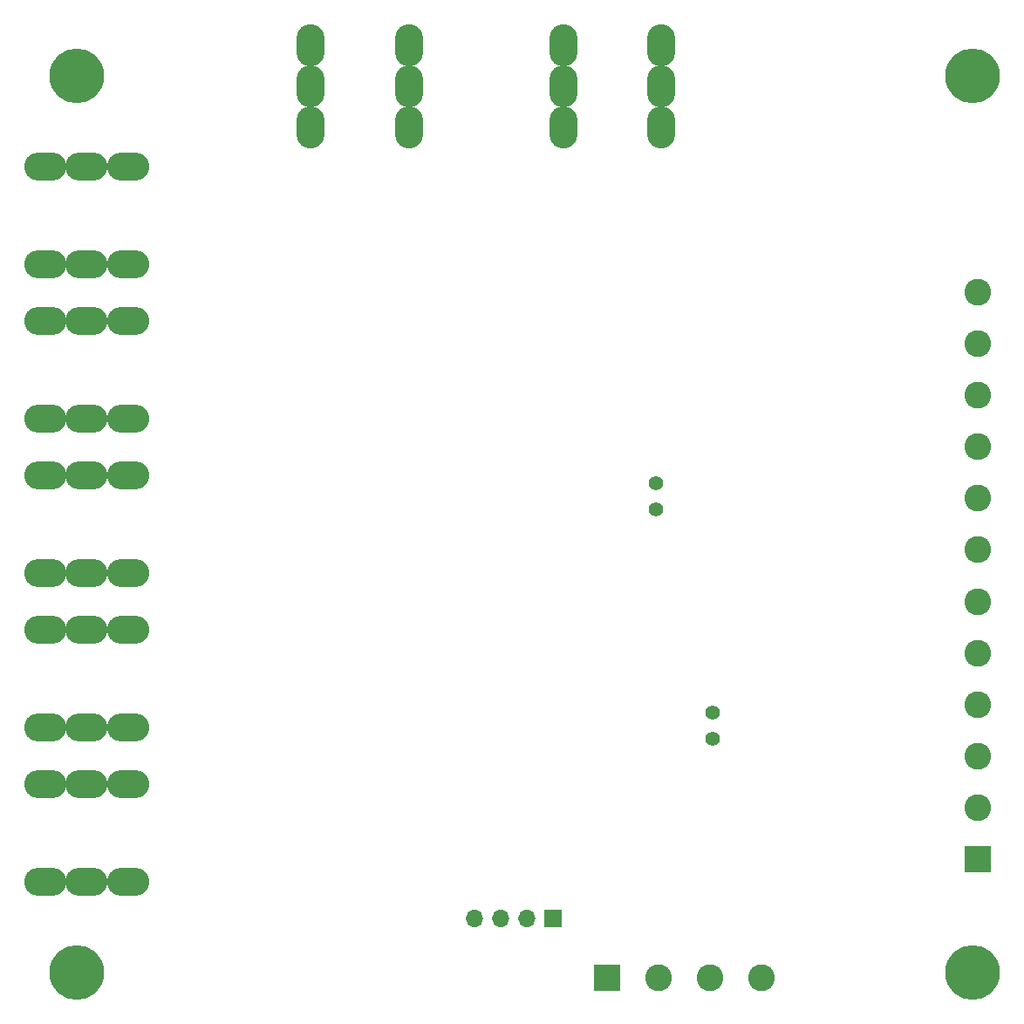
<source format=gbr>
%TF.GenerationSoftware,KiCad,Pcbnew,7.0.5-0*%
%TF.CreationDate,2023-07-18T00:38:14+02:00*%
%TF.ProjectId,buslight,6275736c-6967-4687-942e-6b696361645f,rev?*%
%TF.SameCoordinates,Original*%
%TF.FileFunction,Soldermask,Bot*%
%TF.FilePolarity,Negative*%
%FSLAX46Y46*%
G04 Gerber Fmt 4.6, Leading zero omitted, Abs format (unit mm)*
G04 Created by KiCad (PCBNEW 7.0.5-0) date 2023-07-18 00:38:14*
%MOMM*%
%LPD*%
G01*
G04 APERTURE LIST*
%ADD10R,2.600000X2.600000*%
%ADD11C,2.600000*%
%ADD12C,5.300000*%
%ADD13O,4.100000X2.700000*%
%ADD14R,1.700000X1.700000*%
%ADD15O,1.700000X1.700000*%
%ADD16C,1.400000*%
%ADD17O,2.700000X4.100000*%
G04 APERTURE END LIST*
D10*
%TO.C,J9*%
X83000000Y-116500000D03*
D11*
X88000000Y-116500000D03*
X93000000Y-116500000D03*
X98000000Y-116500000D03*
%TD*%
D12*
%TO.C,H3*%
X31500000Y-116000000D03*
%TD*%
%TO.C,H2*%
X118500000Y-29000000D03*
%TD*%
D13*
%TO.C,J6*%
X28500000Y-107250000D03*
X32500000Y-107250000D03*
X36500000Y-107250000D03*
X28500000Y-97750000D03*
X32500000Y-97750000D03*
X36500000Y-97750000D03*
%TD*%
%TO.C,J5*%
X28500000Y-92250000D03*
X32500000Y-92250000D03*
X36500000Y-92250000D03*
X28500000Y-82750000D03*
X32500000Y-82750000D03*
X36500000Y-82750000D03*
%TD*%
%TO.C,J3*%
X28500000Y-47250000D03*
X32500000Y-47250000D03*
X36500000Y-47250000D03*
X28500000Y-37750000D03*
X32500000Y-37750000D03*
X36500000Y-37750000D03*
%TD*%
D14*
%TO.C,J10*%
X77800000Y-110750000D03*
D15*
X75260000Y-110750000D03*
X72720000Y-110750000D03*
X70180000Y-110750000D03*
%TD*%
D12*
%TO.C,H1*%
X31500000Y-29000000D03*
%TD*%
D16*
%TO.C,TP2*%
X93250000Y-90750000D03*
X93250000Y-93290000D03*
%TD*%
D10*
%TO.C,J1*%
X119000000Y-105000000D03*
D11*
X119000000Y-100000000D03*
X119000000Y-95000000D03*
X119000000Y-90000000D03*
X119000000Y-85000000D03*
X119000000Y-80000000D03*
X119000000Y-75000000D03*
X119000000Y-70000000D03*
X119000000Y-65000000D03*
X119000000Y-60000000D03*
X119000000Y-55000000D03*
X119000000Y-50000000D03*
%TD*%
D12*
%TO.C,H4*%
X118500000Y-116000000D03*
%TD*%
D13*
%TO.C,J4*%
X28500000Y-77250000D03*
X32500000Y-77250000D03*
X36500000Y-77250000D03*
X28500000Y-67750000D03*
X32500000Y-67750000D03*
X36500000Y-67750000D03*
%TD*%
D17*
%TO.C,J8*%
X78750000Y-26000000D03*
X78750000Y-30000000D03*
X78750000Y-34000000D03*
X88250000Y-26000000D03*
X88250000Y-30000000D03*
X88250000Y-34000000D03*
%TD*%
D13*
%TO.C,J2*%
X28500000Y-62250000D03*
X32500000Y-62250000D03*
X36500000Y-62250000D03*
X28500000Y-52750000D03*
X32500000Y-52750000D03*
X36500000Y-52750000D03*
%TD*%
D16*
%TO.C,TP3*%
X87750000Y-68500000D03*
X87750000Y-71040000D03*
%TD*%
D17*
%TO.C,J7*%
X54250000Y-26000000D03*
X54250000Y-30000000D03*
X54250000Y-34000000D03*
X63750000Y-26000000D03*
X63750000Y-30000000D03*
X63750000Y-34000000D03*
%TD*%
M02*

</source>
